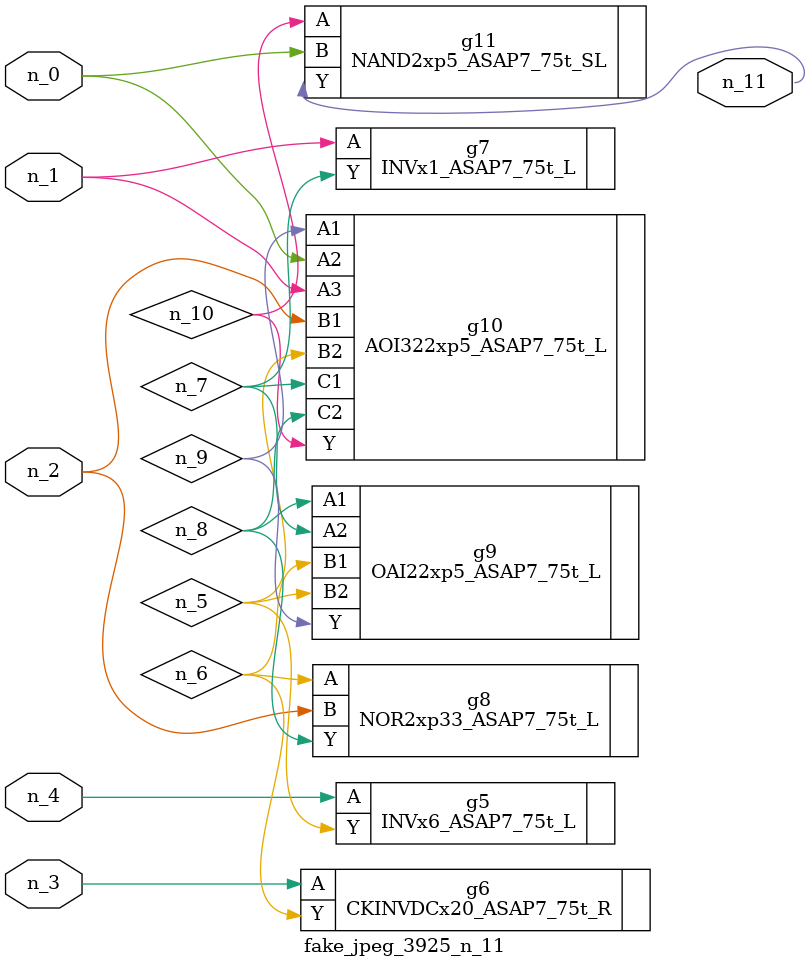
<source format=v>
module fake_jpeg_3925_n_11 (n_3, n_2, n_1, n_0, n_4, n_11);

input n_3;
input n_2;
input n_1;
input n_0;
input n_4;

output n_11;

wire n_10;
wire n_8;
wire n_9;
wire n_6;
wire n_5;
wire n_7;

INVx6_ASAP7_75t_L g5 ( 
.A(n_4),
.Y(n_5)
);

CKINVDCx20_ASAP7_75t_R g6 ( 
.A(n_3),
.Y(n_6)
);

INVx1_ASAP7_75t_L g7 ( 
.A(n_1),
.Y(n_7)
);

NOR2xp33_ASAP7_75t_L g8 ( 
.A(n_6),
.B(n_2),
.Y(n_8)
);

OAI22xp5_ASAP7_75t_L g9 ( 
.A1(n_8),
.A2(n_7),
.B1(n_6),
.B2(n_5),
.Y(n_9)
);

AOI322xp5_ASAP7_75t_L g10 ( 
.A1(n_9),
.A2(n_0),
.A3(n_1),
.B1(n_2),
.B2(n_5),
.C1(n_7),
.C2(n_8),
.Y(n_10)
);

NAND2xp5_ASAP7_75t_SL g11 ( 
.A(n_10),
.B(n_0),
.Y(n_11)
);


endmodule
</source>
